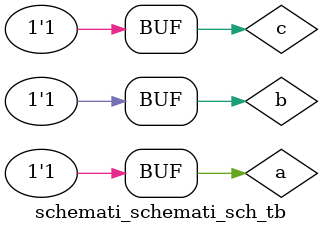
<source format=v>

`timescale 1ns / 1ps

module schemati_schemati_sch_tb();

// Inputs
	reg a;
   reg c;
   reg b;

// Output
   wire f;

// Bidirs

// Instantiate the UUT
   schemati UUT (
		.c(c), 
		.b(b), 
		.f(f)
   );
// Initialize Inputs
   
       initial begin
		a = 0;
		b = 0;
		c = 0;
		#10
		a = 0;
		b = 0;
		c =1;
		#10
		a = 0;
		b =1;
		c =0;
		#10
		a = 0;
		b = 1;
		c =1;
		#10
		a =1;
		b = 0;
		c =0;
		#10
		a = 1;
		b = 0;
		c =1;
		#10
		a = 1;
		b = 1;
		c =0;
		#10
		a = 1;
		b =1;
		c =1;
		end
   
endmodule

</source>
